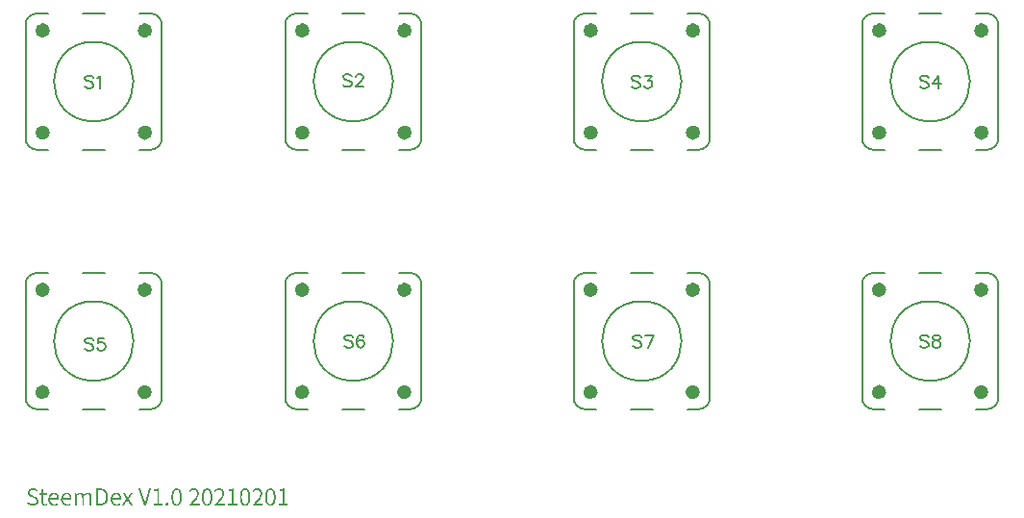
<source format=gto>
G04 Layer: TopSilkLayer*
G04 EasyEDA v6.4.14, 2021-02-05T01:12:07+07:00*
G04 a11fb1351f8b4d80ab88c56e364234f4,ed1066999ab64682bb259e5b7afb0417,10*
G04 Gerber Generator version 0.2*
G04 Scale: 100 percent, Rotated: No, Reflected: No *
G04 Dimensions in millimeters *
G04 leading zeros omitted , absolute positions ,4 integer and 5 decimal *
%FSLAX45Y45*%
%MOMM*%

%ADD15C,0.2032*%
%ADD16C,0.7000*%
%ADD17C,0.1524*%

%LPD*%
G36*
X2813812Y494284D02*
G01*
X2808681Y493979D01*
X2803804Y493115D01*
X2799232Y491642D01*
X2794863Y489610D01*
X2790850Y486918D01*
X2787091Y483666D01*
X2783636Y479856D01*
X2780487Y475386D01*
X2777642Y470357D01*
X2775204Y464667D01*
X2773070Y458419D01*
X2771292Y451510D01*
X2769920Y444042D01*
X2768904Y435914D01*
X2768295Y427177D01*
X2768092Y417830D01*
X2784348Y417830D01*
X2784602Y428193D01*
X2785313Y437591D01*
X2786481Y445973D01*
X2788107Y453440D01*
X2790088Y459993D01*
X2792526Y465632D01*
X2795270Y470306D01*
X2798368Y474167D01*
X2801823Y477062D01*
X2805531Y479196D01*
X2809544Y480415D01*
X2813812Y480822D01*
X2818079Y480415D01*
X2822092Y479196D01*
X2825800Y477062D01*
X2829255Y474167D01*
X2832354Y470306D01*
X2835097Y465632D01*
X2837535Y459993D01*
X2839516Y453440D01*
X2841142Y445973D01*
X2842310Y437591D01*
X2843022Y428193D01*
X2843276Y417830D01*
X2843022Y407263D01*
X2842310Y397713D01*
X2841142Y389128D01*
X2839516Y381508D01*
X2837535Y374853D01*
X2835097Y369112D01*
X2832354Y364337D01*
X2829255Y360426D01*
X2825800Y357378D01*
X2822092Y355244D01*
X2818079Y353974D01*
X2813812Y353568D01*
X2809544Y353974D01*
X2805531Y355244D01*
X2801823Y357378D01*
X2798368Y360426D01*
X2795270Y364337D01*
X2792526Y369112D01*
X2790088Y374853D01*
X2788107Y381508D01*
X2786481Y389128D01*
X2785313Y397713D01*
X2784602Y407263D01*
X2784348Y417830D01*
X2768092Y417830D01*
X2768295Y408381D01*
X2768904Y399542D01*
X2769920Y391363D01*
X2771292Y383743D01*
X2773070Y376783D01*
X2775204Y370433D01*
X2777642Y364693D01*
X2780487Y359562D01*
X2783636Y355041D01*
X2787091Y351129D01*
X2790850Y347827D01*
X2794863Y345135D01*
X2799232Y343052D01*
X2803804Y341528D01*
X2808681Y340664D01*
X2813812Y340360D01*
X2818942Y340664D01*
X2823768Y341528D01*
X2828391Y343052D01*
X2832709Y345135D01*
X2836722Y347827D01*
X2840482Y351129D01*
X2843885Y355041D01*
X2847035Y359562D01*
X2849829Y364693D01*
X2852267Y370433D01*
X2854350Y376783D01*
X2856077Y383743D01*
X2857500Y391363D01*
X2858465Y399542D01*
X2859074Y408381D01*
X2859278Y417830D01*
X2859074Y427177D01*
X2858465Y435914D01*
X2857500Y444042D01*
X2856077Y451510D01*
X2854350Y458419D01*
X2852267Y464667D01*
X2849829Y470357D01*
X2847035Y475386D01*
X2843885Y479856D01*
X2840482Y483666D01*
X2836722Y486918D01*
X2832709Y489610D01*
X2828391Y491642D01*
X2823768Y493115D01*
X2818942Y493979D01*
G37*
G36*
X2697988Y494284D02*
G01*
X2691282Y493877D01*
X2685034Y492709D01*
X2679242Y490829D01*
X2673807Y488289D01*
X2668676Y485140D01*
X2663748Y481431D01*
X2659075Y477164D01*
X2654554Y472440D01*
X2664460Y463296D01*
X2667711Y466902D01*
X2671216Y470204D01*
X2674874Y473201D01*
X2678785Y475792D01*
X2682849Y477875D01*
X2687066Y479501D01*
X2691434Y480466D01*
X2695956Y480822D01*
X2702712Y480212D01*
X2708554Y478485D01*
X2713431Y475742D01*
X2717444Y472033D01*
X2720492Y467512D01*
X2722676Y462280D01*
X2723997Y456438D01*
X2724404Y450088D01*
X2724251Y446227D01*
X2723743Y442264D01*
X2722930Y438200D01*
X2721813Y434085D01*
X2720340Y429869D01*
X2716377Y421182D01*
X2710992Y412089D01*
X2704236Y402488D01*
X2696057Y392430D01*
X2686354Y381863D01*
X2675178Y370687D01*
X2655570Y352806D01*
X2655570Y342900D01*
X2747772Y342900D01*
X2747772Y357124D01*
X2699207Y357022D01*
X2680716Y355854D01*
X2691231Y366014D01*
X2700883Y376021D01*
X2709672Y385775D01*
X2717495Y395376D01*
X2724302Y404876D01*
X2730042Y414223D01*
X2734564Y423468D01*
X2736392Y428091D01*
X2737916Y432663D01*
X2739085Y437235D01*
X2739948Y441756D01*
X2740507Y446328D01*
X2740660Y450850D01*
X2740304Y457250D01*
X2739339Y463245D01*
X2737713Y468782D01*
X2735478Y473862D01*
X2732633Y478434D01*
X2729230Y482447D01*
X2725267Y485952D01*
X2720797Y488899D01*
X2715818Y491235D01*
X2710332Y492912D01*
X2704388Y493928D01*
G37*
G36*
X2590800Y494284D02*
G01*
X2585669Y493979D01*
X2580792Y493115D01*
X2576220Y491642D01*
X2571851Y489610D01*
X2567838Y486918D01*
X2564079Y483666D01*
X2560624Y479856D01*
X2557475Y475386D01*
X2554630Y470357D01*
X2552192Y464667D01*
X2550058Y458419D01*
X2548280Y451510D01*
X2546908Y444042D01*
X2545892Y435914D01*
X2545283Y427177D01*
X2545080Y417830D01*
X2561082Y417830D01*
X2561336Y428193D01*
X2562047Y437591D01*
X2563215Y445973D01*
X2564841Y453440D01*
X2566873Y459993D01*
X2569260Y465632D01*
X2572054Y470306D01*
X2575204Y474167D01*
X2578658Y477062D01*
X2582418Y479196D01*
X2586482Y480415D01*
X2590800Y480822D01*
X2595067Y480415D01*
X2599029Y479196D01*
X2602738Y477062D01*
X2606141Y474167D01*
X2609240Y470306D01*
X2611983Y465632D01*
X2614371Y459993D01*
X2616352Y453440D01*
X2617927Y445973D01*
X2619044Y437591D01*
X2619756Y428193D01*
X2620010Y417830D01*
X2619756Y407263D01*
X2619044Y397713D01*
X2617927Y389128D01*
X2616352Y381508D01*
X2614371Y374853D01*
X2611983Y369112D01*
X2609240Y364337D01*
X2606141Y360426D01*
X2602738Y357378D01*
X2599029Y355244D01*
X2595067Y353974D01*
X2590800Y353568D01*
X2586482Y353974D01*
X2582418Y355244D01*
X2578658Y357378D01*
X2575204Y360426D01*
X2572054Y364337D01*
X2569260Y369112D01*
X2566873Y374853D01*
X2564841Y381508D01*
X2563215Y389128D01*
X2562047Y397713D01*
X2561336Y407263D01*
X2561082Y417830D01*
X2545080Y417830D01*
X2545283Y408381D01*
X2545892Y399542D01*
X2546908Y391363D01*
X2548280Y383743D01*
X2550058Y376783D01*
X2552192Y370433D01*
X2554630Y364693D01*
X2557475Y359562D01*
X2560624Y355041D01*
X2564079Y351129D01*
X2567838Y347827D01*
X2571851Y345135D01*
X2576220Y343052D01*
X2580792Y341528D01*
X2585669Y340664D01*
X2590800Y340360D01*
X2595930Y340664D01*
X2600756Y341528D01*
X2605328Y343052D01*
X2609646Y345135D01*
X2613660Y347827D01*
X2617368Y351129D01*
X2620772Y355041D01*
X2623870Y359562D01*
X2626664Y364693D01*
X2629052Y370433D01*
X2631135Y376783D01*
X2632862Y383743D01*
X2634234Y391363D01*
X2635199Y399542D01*
X2635808Y408381D01*
X2636012Y417830D01*
X2635808Y427177D01*
X2635199Y435914D01*
X2634234Y444042D01*
X2632862Y451510D01*
X2631135Y458419D01*
X2629052Y464667D01*
X2626664Y470357D01*
X2623870Y475386D01*
X2620772Y479856D01*
X2617368Y483666D01*
X2613660Y486918D01*
X2609646Y489610D01*
X2605328Y491642D01*
X2600756Y493115D01*
X2595930Y493979D01*
G37*
G36*
X2363216Y494284D02*
G01*
X2356510Y493877D01*
X2350312Y492709D01*
X2344572Y490829D01*
X2339136Y488289D01*
X2334056Y485140D01*
X2329230Y481431D01*
X2324557Y477164D01*
X2320036Y472440D01*
X2329688Y463296D01*
X2333040Y466902D01*
X2336546Y470204D01*
X2340254Y473201D01*
X2344115Y475792D01*
X2348179Y477875D01*
X2352446Y479501D01*
X2356866Y480466D01*
X2361438Y480822D01*
X2368194Y480212D01*
X2373985Y478485D01*
X2378862Y475742D01*
X2382774Y472033D01*
X2385822Y467512D01*
X2387955Y462280D01*
X2389225Y456438D01*
X2389632Y450088D01*
X2389479Y446227D01*
X2388209Y438200D01*
X2385618Y429869D01*
X2381656Y421182D01*
X2379167Y416661D01*
X2373172Y407365D01*
X2365705Y397560D01*
X2356815Y387248D01*
X2346401Y376377D01*
X2334514Y364896D01*
X2321052Y352806D01*
X2321052Y342900D01*
X2413000Y342900D01*
X2413000Y357124D01*
X2364435Y357022D01*
X2345944Y355854D01*
X2356459Y366014D01*
X2366111Y376021D01*
X2374900Y385775D01*
X2382723Y395376D01*
X2389530Y404876D01*
X2395270Y414223D01*
X2399792Y423468D01*
X2401620Y428091D01*
X2403144Y432663D01*
X2404313Y437235D01*
X2405176Y441756D01*
X2405735Y446328D01*
X2405888Y450850D01*
X2405532Y457250D01*
X2404567Y463245D01*
X2402941Y468782D01*
X2400706Y473862D01*
X2397861Y478434D01*
X2394458Y482447D01*
X2390495Y485952D01*
X2386025Y488899D01*
X2381046Y491235D01*
X2375560Y492912D01*
X2369616Y493928D01*
G37*
G36*
X2256028Y494284D02*
G01*
X2250897Y493979D01*
X2246020Y493115D01*
X2241448Y491642D01*
X2237079Y489610D01*
X2233066Y486918D01*
X2229307Y483666D01*
X2225852Y479856D01*
X2222703Y475386D01*
X2219858Y470357D01*
X2217420Y464667D01*
X2215286Y458419D01*
X2213508Y451510D01*
X2212136Y444042D01*
X2211120Y435914D01*
X2210511Y427177D01*
X2210308Y417830D01*
X2226564Y417830D01*
X2226818Y428193D01*
X2227529Y437591D01*
X2228697Y445973D01*
X2230323Y453440D01*
X2232304Y459993D01*
X2234742Y465632D01*
X2237486Y470306D01*
X2240584Y474167D01*
X2244039Y477062D01*
X2247747Y479196D01*
X2251760Y480415D01*
X2256028Y480822D01*
X2260295Y480415D01*
X2264308Y479196D01*
X2268016Y477062D01*
X2271471Y474167D01*
X2274570Y470306D01*
X2277313Y465632D01*
X2279751Y459993D01*
X2281732Y453440D01*
X2283358Y445973D01*
X2284526Y437591D01*
X2285238Y428193D01*
X2285492Y417830D01*
X2285238Y407263D01*
X2284526Y397713D01*
X2283358Y389128D01*
X2281732Y381508D01*
X2279751Y374853D01*
X2277313Y369112D01*
X2274570Y364337D01*
X2271471Y360426D01*
X2268016Y357378D01*
X2264308Y355244D01*
X2260295Y353974D01*
X2256028Y353568D01*
X2251760Y353974D01*
X2247747Y355244D01*
X2244039Y357378D01*
X2240584Y360426D01*
X2237486Y364337D01*
X2234742Y369112D01*
X2232304Y374853D01*
X2230323Y381508D01*
X2228697Y389128D01*
X2227529Y397713D01*
X2226818Y407263D01*
X2226564Y417830D01*
X2210308Y417830D01*
X2210511Y408381D01*
X2211120Y399542D01*
X2212136Y391363D01*
X2213508Y383743D01*
X2215286Y376783D01*
X2217420Y370433D01*
X2219858Y364693D01*
X2222703Y359562D01*
X2225852Y355041D01*
X2229307Y351129D01*
X2233066Y347827D01*
X2237079Y345135D01*
X2241448Y343052D01*
X2246020Y341528D01*
X2250897Y340664D01*
X2256028Y340360D01*
X2261158Y340664D01*
X2265984Y341528D01*
X2270607Y343052D01*
X2274925Y345135D01*
X2278938Y347827D01*
X2282698Y351129D01*
X2286101Y355041D01*
X2289251Y359562D01*
X2292045Y364693D01*
X2294483Y370433D01*
X2296566Y376783D01*
X2298293Y383743D01*
X2299716Y391363D01*
X2300681Y399542D01*
X2301290Y408381D01*
X2301494Y417830D01*
X2301290Y427177D01*
X2300681Y435914D01*
X2299716Y444042D01*
X2298293Y451510D01*
X2296566Y458419D01*
X2294483Y464667D01*
X2292045Y470357D01*
X2289251Y475386D01*
X2286101Y479856D01*
X2282698Y483666D01*
X2278938Y486918D01*
X2274925Y489610D01*
X2270607Y491642D01*
X2265984Y493115D01*
X2261158Y493979D01*
G37*
G36*
X2140204Y494284D02*
G01*
X2133498Y493877D01*
X2127250Y492709D01*
X2121458Y490829D01*
X2116023Y488289D01*
X2110892Y485140D01*
X2105964Y481431D01*
X2101291Y477164D01*
X2096770Y472440D01*
X2106676Y463296D01*
X2109927Y466902D01*
X2113432Y470204D01*
X2117090Y473201D01*
X2121001Y475792D01*
X2125065Y477875D01*
X2129282Y479501D01*
X2133650Y480466D01*
X2138172Y480822D01*
X2144928Y480212D01*
X2150770Y478485D01*
X2155647Y475742D01*
X2159660Y472033D01*
X2162708Y467512D01*
X2164892Y462280D01*
X2166213Y456438D01*
X2166620Y450088D01*
X2166467Y446227D01*
X2165959Y442264D01*
X2165146Y438200D01*
X2164029Y434085D01*
X2162556Y429869D01*
X2158593Y421182D01*
X2153208Y412089D01*
X2146452Y402488D01*
X2138273Y392430D01*
X2128570Y381863D01*
X2117394Y370687D01*
X2097786Y352806D01*
X2097786Y342900D01*
X2189988Y342900D01*
X2189988Y357124D01*
X2141423Y357022D01*
X2122932Y355854D01*
X2133447Y366014D01*
X2143099Y376021D01*
X2151888Y385775D01*
X2159711Y395376D01*
X2166518Y404876D01*
X2172258Y414223D01*
X2176780Y423468D01*
X2178608Y428091D01*
X2180132Y432663D01*
X2181301Y437235D01*
X2182164Y441756D01*
X2182723Y446328D01*
X2182876Y450850D01*
X2182520Y457250D01*
X2181555Y463245D01*
X2179929Y468782D01*
X2177694Y473862D01*
X2174849Y478434D01*
X2171446Y482447D01*
X2167483Y485952D01*
X2163013Y488899D01*
X2158034Y491235D01*
X2152548Y492912D01*
X2146604Y493928D01*
G37*
G36*
X1987804Y494284D02*
G01*
X1982622Y493979D01*
X1977745Y493115D01*
X1973122Y491642D01*
X1968754Y489610D01*
X1964689Y486918D01*
X1960930Y483666D01*
X1957476Y479856D01*
X1954377Y475386D01*
X1951583Y470357D01*
X1949094Y464667D01*
X1947011Y458419D01*
X1945284Y451510D01*
X1943862Y444042D01*
X1942896Y435914D01*
X1942287Y427177D01*
X1942084Y417830D01*
X1958086Y417830D01*
X1958339Y428193D01*
X1959051Y437591D01*
X1960219Y445973D01*
X1961845Y453440D01*
X1963877Y459993D01*
X1966264Y465632D01*
X1969058Y470306D01*
X1972208Y474167D01*
X1975662Y477062D01*
X1979422Y479196D01*
X1983486Y480415D01*
X1987804Y480822D01*
X1992020Y480415D01*
X1995982Y479196D01*
X1999640Y477062D01*
X2003043Y474167D01*
X2006142Y470306D01*
X2008886Y465632D01*
X2011273Y459993D01*
X2013254Y453440D01*
X2014880Y445973D01*
X2016048Y437591D01*
X2016760Y428193D01*
X2017014Y417830D01*
X2016760Y407263D01*
X2016048Y397713D01*
X2014880Y389128D01*
X2013254Y381508D01*
X2011273Y374853D01*
X2008886Y369112D01*
X2006142Y364337D01*
X2003043Y360426D01*
X1999640Y357378D01*
X1995982Y355244D01*
X1992020Y353974D01*
X1987804Y353568D01*
X1983486Y353974D01*
X1979422Y355244D01*
X1975662Y357378D01*
X1972208Y360426D01*
X1969058Y364337D01*
X1966264Y369112D01*
X1963877Y374853D01*
X1961845Y381508D01*
X1960219Y389128D01*
X1959051Y397713D01*
X1958339Y407263D01*
X1958086Y417830D01*
X1942084Y417830D01*
X1942287Y408381D01*
X1942896Y399542D01*
X1943862Y391363D01*
X1945284Y383743D01*
X1947011Y376783D01*
X1949094Y370433D01*
X1951583Y364693D01*
X1954377Y359562D01*
X1957476Y355041D01*
X1960930Y351129D01*
X1964689Y347827D01*
X1968754Y345135D01*
X1973122Y343052D01*
X1977745Y341528D01*
X1982622Y340664D01*
X1987804Y340360D01*
X1992884Y340664D01*
X1997710Y341528D01*
X2002282Y343052D01*
X2006549Y345135D01*
X2010562Y347827D01*
X2014270Y351129D01*
X2017674Y355041D01*
X2020773Y359562D01*
X2023567Y364693D01*
X2026005Y370433D01*
X2028088Y376783D01*
X2029866Y383743D01*
X2031238Y391363D01*
X2032203Y399542D01*
X2032812Y408381D01*
X2033016Y417830D01*
X2032812Y427177D01*
X2032203Y435914D01*
X2031238Y444042D01*
X2029866Y451510D01*
X2028088Y458419D01*
X2026005Y464667D01*
X2023567Y470357D01*
X2020773Y475386D01*
X2017674Y479856D01*
X2014270Y483666D01*
X2010562Y486918D01*
X2006549Y489610D01*
X2002282Y491642D01*
X1997710Y493115D01*
X1992884Y493979D01*
G37*
G36*
X723392Y494284D02*
G01*
X716940Y493928D01*
X710793Y492963D01*
X705053Y491388D01*
X699719Y489254D01*
X694842Y486511D01*
X690473Y483311D01*
X686663Y479653D01*
X683463Y475538D01*
X680872Y471017D01*
X678992Y466140D01*
X677824Y460959D01*
X677418Y455422D01*
X678129Y447852D01*
X680212Y441248D01*
X683361Y435559D01*
X687374Y430682D01*
X692048Y426516D01*
X697128Y423011D01*
X702411Y420065D01*
X707644Y417576D01*
X734415Y405841D01*
X739190Y403453D01*
X743508Y400913D01*
X747268Y398068D01*
X750366Y394766D01*
X752652Y390906D01*
X754126Y386283D01*
X754634Y380746D01*
X754075Y375259D01*
X752348Y370332D01*
X749604Y365912D01*
X745845Y362204D01*
X741172Y359206D01*
X735584Y356971D01*
X729132Y355549D01*
X721868Y355092D01*
X716026Y355447D01*
X710234Y356412D01*
X704646Y358038D01*
X699211Y360222D01*
X694029Y362915D01*
X689102Y366115D01*
X684479Y369824D01*
X680212Y373888D01*
X670052Y362458D01*
X675132Y357581D01*
X680618Y353212D01*
X686511Y349453D01*
X692810Y346252D01*
X699516Y343712D01*
X706577Y341884D01*
X714044Y340766D01*
X721868Y340360D01*
X729234Y340715D01*
X736142Y341833D01*
X742492Y343560D01*
X748334Y345948D01*
X753567Y348945D01*
X758190Y352450D01*
X762203Y356412D01*
X765505Y360832D01*
X768146Y365658D01*
X770077Y370840D01*
X771245Y376275D01*
X771652Y382016D01*
X771042Y389737D01*
X769264Y396494D01*
X766419Y402336D01*
X762660Y407365D01*
X758139Y411683D01*
X752906Y415442D01*
X747115Y418744D01*
X740918Y421640D01*
X714959Y432714D01*
X706424Y437184D01*
X702614Y439928D01*
X699312Y443128D01*
X696722Y446938D01*
X695045Y451408D01*
X694436Y456692D01*
X694994Y461670D01*
X696518Y466140D01*
X699058Y470052D01*
X702462Y473354D01*
X706628Y475996D01*
X711606Y477926D01*
X717194Y479145D01*
X723392Y479551D01*
X728573Y479298D01*
X733450Y478535D01*
X738073Y477316D01*
X742442Y475691D01*
X746556Y473608D01*
X750468Y471170D01*
X754176Y468426D01*
X757682Y465328D01*
X766572Y475996D01*
X762508Y479856D01*
X758037Y483362D01*
X753110Y486460D01*
X747826Y489153D01*
X742188Y491286D01*
X736193Y492912D01*
X729945Y493928D01*
G37*
G36*
X2924810Y491743D02*
G01*
X2918714Y488391D01*
X2911754Y485597D01*
X2903829Y483362D01*
X2894838Y481584D01*
X2894838Y470662D01*
X2921000Y470662D01*
X2921000Y356616D01*
X2887726Y356616D01*
X2887726Y342900D01*
X2967736Y342900D01*
X2967736Y356616D01*
X2937510Y356616D01*
X2937510Y491743D01*
G37*
G36*
X2478532Y491743D02*
G01*
X2472436Y488391D01*
X2465425Y485597D01*
X2457551Y483362D01*
X2448560Y481584D01*
X2448560Y470662D01*
X2474722Y470662D01*
X2474722Y356616D01*
X2441448Y356616D01*
X2441448Y342900D01*
X2521458Y342900D01*
X2521458Y356616D01*
X2491232Y356616D01*
X2491232Y491743D01*
G37*
G36*
X1820672Y491743D02*
G01*
X1814575Y488391D01*
X1807565Y485597D01*
X1799691Y483362D01*
X1790700Y481584D01*
X1790700Y470662D01*
X1816862Y470662D01*
X1816862Y356616D01*
X1783588Y356616D01*
X1783588Y342900D01*
X1863598Y342900D01*
X1863598Y356616D01*
X1833372Y356616D01*
X1833372Y491743D01*
G37*
G36*
X1650492Y491743D02*
G01*
X1698243Y342900D01*
X1717548Y342900D01*
X1765300Y491743D01*
X1748028Y491743D01*
X1710740Y366826D01*
X1708657Y360426D01*
X1707896Y360426D01*
X1668272Y491743D01*
G37*
G36*
X1277874Y491743D02*
G01*
X1277874Y477774D01*
X1313180Y477774D01*
X1319733Y477520D01*
X1325829Y476758D01*
X1331518Y475488D01*
X1336751Y473760D01*
X1341577Y471525D01*
X1345996Y468833D01*
X1349959Y465683D01*
X1353515Y462076D01*
X1356614Y458012D01*
X1359306Y453542D01*
X1361592Y448614D01*
X1363472Y443280D01*
X1364894Y437489D01*
X1365961Y431342D01*
X1366570Y424789D01*
X1366774Y417830D01*
X1366570Y410921D01*
X1365961Y404317D01*
X1364894Y398119D01*
X1363472Y392277D01*
X1361592Y386842D01*
X1359306Y381812D01*
X1356614Y377190D01*
X1353515Y373024D01*
X1349959Y369265D01*
X1345996Y366014D01*
X1341577Y363169D01*
X1336751Y360883D01*
X1331518Y359003D01*
X1325829Y357682D01*
X1319733Y356870D01*
X1313180Y356616D01*
X1294892Y356616D01*
X1294892Y477774D01*
X1277874Y477774D01*
X1277874Y342900D01*
X1315212Y342900D01*
X1321816Y343103D01*
X1328064Y343712D01*
X1334008Y344779D01*
X1339646Y346202D01*
X1344930Y348030D01*
X1349908Y350266D01*
X1354531Y352856D01*
X1358849Y355803D01*
X1362862Y359156D01*
X1366469Y362864D01*
X1369771Y366877D01*
X1372768Y371246D01*
X1375410Y375970D01*
X1377696Y381050D01*
X1379626Y386384D01*
X1381201Y392074D01*
X1382420Y398068D01*
X1383334Y404368D01*
X1383842Y410972D01*
X1384046Y417830D01*
X1383842Y424688D01*
X1383334Y431241D01*
X1382420Y437540D01*
X1381201Y443484D01*
X1379626Y449072D01*
X1377645Y454406D01*
X1375359Y459384D01*
X1372717Y464058D01*
X1369720Y468325D01*
X1366418Y472338D01*
X1362710Y475945D01*
X1358696Y479196D01*
X1354328Y482092D01*
X1349654Y484632D01*
X1344625Y486765D01*
X1339240Y488543D01*
X1333550Y489915D01*
X1327505Y490931D01*
X1321155Y491540D01*
X1314450Y491743D01*
G37*
G36*
X800354Y483616D02*
G01*
X798322Y452628D01*
X781050Y451612D01*
X781050Y438912D01*
X797814Y438912D01*
X797814Y375920D01*
X798169Y368249D01*
X799338Y361340D01*
X801370Y355295D01*
X804367Y350164D01*
X808431Y345998D01*
X813663Y342900D01*
X820166Y341020D01*
X828040Y340360D01*
X832815Y340715D01*
X837844Y341630D01*
X847598Y344424D01*
X844296Y356870D01*
X841400Y355752D01*
X838149Y354787D01*
X834796Y354076D01*
X831596Y353822D01*
X823315Y355295D01*
X817981Y359562D01*
X815187Y366369D01*
X814324Y375412D01*
X814324Y438912D01*
X844550Y438912D01*
X844550Y452628D01*
X814324Y452628D01*
X814324Y483616D01*
G37*
G36*
X1455674Y455422D02*
G01*
X1451000Y455168D01*
X1446326Y454406D01*
X1441805Y453135D01*
X1437386Y451408D01*
X1433169Y449224D01*
X1429105Y446532D01*
X1425295Y443433D01*
X1421739Y439928D01*
X1418488Y435965D01*
X1415542Y431647D01*
X1412951Y426872D01*
X1410766Y421792D01*
X1409039Y416306D01*
X1407718Y410464D01*
X1407185Y406400D01*
X1422908Y406400D01*
X1424330Y414324D01*
X1426768Y421385D01*
X1430070Y427482D01*
X1434185Y432562D01*
X1438960Y436626D01*
X1444244Y439572D01*
X1449933Y441350D01*
X1455928Y441959D01*
X1462278Y441401D01*
X1467866Y439674D01*
X1472742Y436880D01*
X1476806Y432968D01*
X1480058Y427939D01*
X1482445Y421792D01*
X1483868Y414629D01*
X1484376Y406400D01*
X1407185Y406400D01*
X1406906Y404266D01*
X1406652Y397764D01*
X1406906Y391160D01*
X1407718Y384962D01*
X1408988Y379069D01*
X1410766Y373583D01*
X1412951Y368452D01*
X1415542Y363728D01*
X1418539Y359460D01*
X1421942Y355549D01*
X1425600Y352044D01*
X1429613Y348996D01*
X1433931Y346405D01*
X1438452Y344271D01*
X1443278Y342544D01*
X1448257Y341325D01*
X1453388Y340614D01*
X1458722Y340360D01*
X1464259Y340614D01*
X1469440Y341223D01*
X1474266Y342290D01*
X1478838Y343662D01*
X1483156Y345338D01*
X1487220Y347218D01*
X1494790Y351536D01*
X1488694Y362458D01*
X1482445Y358698D01*
X1475790Y355904D01*
X1468577Y354177D01*
X1460754Y353568D01*
X1455420Y353923D01*
X1450441Y354888D01*
X1445818Y356463D01*
X1441500Y358698D01*
X1437640Y361442D01*
X1434134Y364744D01*
X1431086Y368554D01*
X1428496Y372821D01*
X1426413Y377545D01*
X1424787Y382727D01*
X1423720Y388264D01*
X1423162Y394208D01*
X1498092Y394208D01*
X1498904Y398678D01*
X1499108Y404114D01*
X1498752Y411784D01*
X1497787Y418947D01*
X1496161Y425500D01*
X1493926Y431546D01*
X1491081Y436930D01*
X1487678Y441655D01*
X1483664Y445770D01*
X1479143Y449173D01*
X1474012Y451866D01*
X1468424Y453847D01*
X1462278Y455015D01*
G37*
G36*
X1139444Y455422D02*
G01*
X1134719Y455015D01*
X1130147Y453948D01*
X1125626Y452221D01*
X1121308Y449884D01*
X1117092Y447090D01*
X1113028Y443839D01*
X1109116Y440232D01*
X1105408Y436372D01*
X1104900Y436372D01*
X1103122Y452628D01*
X1089660Y452628D01*
X1089660Y342900D01*
X1106170Y342900D01*
X1106170Y423164D01*
X1113840Y430987D01*
X1121206Y436524D01*
X1128217Y439826D01*
X1134872Y440943D01*
X1140053Y440486D01*
X1144473Y439166D01*
X1148181Y436930D01*
X1151178Y433730D01*
X1153515Y429463D01*
X1155141Y424230D01*
X1156157Y417880D01*
X1156462Y410464D01*
X1156462Y342900D01*
X1172972Y342900D01*
X1172972Y423164D01*
X1180592Y430987D01*
X1187907Y436524D01*
X1194917Y439826D01*
X1201674Y440943D01*
X1206804Y440486D01*
X1211224Y439166D01*
X1214882Y436930D01*
X1217879Y433730D01*
X1220165Y429463D01*
X1221740Y424230D01*
X1222705Y417880D01*
X1223010Y410464D01*
X1223010Y342900D01*
X1239774Y342900D01*
X1239774Y412496D01*
X1239570Y419252D01*
X1238859Y425450D01*
X1237742Y431088D01*
X1236116Y436168D01*
X1234033Y440639D01*
X1231544Y444550D01*
X1228547Y447852D01*
X1225042Y450545D01*
X1221130Y452678D01*
X1216710Y454202D01*
X1211834Y455117D01*
X1206500Y455422D01*
X1201623Y455015D01*
X1196848Y453898D01*
X1192225Y452018D01*
X1187653Y449529D01*
X1183132Y446430D01*
X1178712Y442772D01*
X1174292Y438658D01*
X1169924Y434085D01*
X1168095Y438708D01*
X1165758Y442874D01*
X1162913Y446532D01*
X1159560Y449630D01*
X1155547Y452069D01*
X1150874Y453898D01*
X1145540Y455015D01*
G37*
G36*
X1018540Y455422D02*
G01*
X1013866Y455168D01*
X1009243Y454406D01*
X1004722Y453135D01*
X1000302Y451408D01*
X996086Y449224D01*
X992073Y446532D01*
X988263Y443433D01*
X984707Y439928D01*
X981506Y435965D01*
X978560Y431647D01*
X976020Y426872D01*
X973836Y421792D01*
X972108Y416306D01*
X970838Y410464D01*
X970305Y406400D01*
X986028Y406400D01*
X987348Y414324D01*
X989736Y421385D01*
X992987Y427482D01*
X997051Y432562D01*
X1001826Y436626D01*
X1007110Y439572D01*
X1012799Y441350D01*
X1018794Y441959D01*
X1025194Y441401D01*
X1030833Y439674D01*
X1035710Y436880D01*
X1039774Y432968D01*
X1042974Y427939D01*
X1045311Y421792D01*
X1046734Y414629D01*
X1047242Y406400D01*
X970305Y406400D01*
X970026Y404266D01*
X969771Y397764D01*
X970026Y391160D01*
X970838Y384962D01*
X972108Y379069D01*
X973836Y373583D01*
X976020Y368452D01*
X978611Y363728D01*
X981557Y359460D01*
X984910Y355549D01*
X988568Y352044D01*
X992581Y348996D01*
X996848Y346405D01*
X1001369Y344271D01*
X1006144Y342544D01*
X1011123Y341325D01*
X1016253Y340614D01*
X1021587Y340360D01*
X1027125Y340614D01*
X1032306Y341223D01*
X1037132Y342290D01*
X1041704Y343662D01*
X1046022Y345338D01*
X1050086Y347218D01*
X1057656Y351536D01*
X1051560Y362458D01*
X1045311Y358698D01*
X1038656Y355904D01*
X1031443Y354177D01*
X1023619Y353568D01*
X1018286Y353923D01*
X1013307Y354888D01*
X1008684Y356463D01*
X1004366Y358698D01*
X1000506Y361442D01*
X997000Y364744D01*
X993952Y368554D01*
X991362Y372821D01*
X989279Y377545D01*
X987653Y382727D01*
X986586Y388264D01*
X986028Y394208D01*
X1061212Y394208D01*
X1061770Y398678D01*
X1061974Y404114D01*
X1061618Y411784D01*
X1060653Y418947D01*
X1059027Y425500D01*
X1056792Y431546D01*
X1053947Y436930D01*
X1050544Y441655D01*
X1046530Y445770D01*
X1042009Y449173D01*
X1036878Y451866D01*
X1031290Y453847D01*
X1025144Y455015D01*
G37*
G36*
X907034Y455422D02*
G01*
X902360Y455168D01*
X897686Y454406D01*
X893165Y453135D01*
X888746Y451408D01*
X884529Y449224D01*
X880465Y446532D01*
X876655Y443433D01*
X873099Y439928D01*
X869848Y435965D01*
X866902Y431647D01*
X864311Y426872D01*
X862126Y421792D01*
X860399Y416306D01*
X859078Y410464D01*
X858545Y406400D01*
X874268Y406400D01*
X875690Y414324D01*
X878128Y421385D01*
X881430Y427482D01*
X885545Y432562D01*
X890320Y436626D01*
X895603Y439572D01*
X901293Y441350D01*
X907287Y441959D01*
X913637Y441401D01*
X919226Y439674D01*
X924102Y436880D01*
X928166Y432968D01*
X931418Y427939D01*
X933805Y421792D01*
X935228Y414629D01*
X935736Y406400D01*
X858545Y406400D01*
X858266Y404266D01*
X858012Y397764D01*
X858266Y391160D01*
X859078Y384962D01*
X860348Y379069D01*
X862126Y373583D01*
X864311Y368452D01*
X866902Y363728D01*
X869899Y359460D01*
X873302Y355549D01*
X876960Y352044D01*
X880973Y348996D01*
X885291Y346405D01*
X889812Y344271D01*
X894638Y342544D01*
X899617Y341325D01*
X904748Y340614D01*
X910082Y340360D01*
X915619Y340614D01*
X920800Y341223D01*
X925626Y342290D01*
X930198Y343662D01*
X934516Y345338D01*
X938580Y347218D01*
X946150Y351536D01*
X940053Y362458D01*
X933805Y358698D01*
X927150Y355904D01*
X919937Y354177D01*
X912114Y353568D01*
X906780Y353923D01*
X901801Y354888D01*
X897178Y356463D01*
X892860Y358698D01*
X889000Y361442D01*
X885494Y364744D01*
X882446Y368554D01*
X879856Y372821D01*
X877773Y377545D01*
X876147Y382727D01*
X875080Y388264D01*
X874521Y394208D01*
X949452Y394208D01*
X950264Y398678D01*
X950468Y404114D01*
X950112Y411784D01*
X949147Y418947D01*
X947521Y425500D01*
X945286Y431546D01*
X942441Y436930D01*
X939037Y441655D01*
X935024Y445770D01*
X930503Y449173D01*
X925372Y451866D01*
X919784Y453847D01*
X913637Y455015D01*
G37*
G36*
X1512062Y452628D02*
G01*
X1545590Y400304D01*
X1509268Y342900D01*
X1526540Y342900D01*
X1550974Y384556D01*
X1553972Y389382D01*
X1554988Y389382D01*
X1566926Y369570D01*
X1583690Y342900D01*
X1601724Y342900D01*
X1565656Y398526D01*
X1598930Y452628D01*
X1581912Y452628D01*
X1567434Y427735D01*
X1557274Y409448D01*
X1556512Y409448D01*
X1529842Y452628D01*
G37*
G36*
X1904238Y366776D02*
G01*
X1899412Y365810D01*
X1895449Y363118D01*
X1892757Y358851D01*
X1891792Y353314D01*
X1892757Y347980D01*
X1895449Y343865D01*
X1899412Y341274D01*
X1904238Y340360D01*
X1909064Y341274D01*
X1913026Y343865D01*
X1915718Y347980D01*
X1916684Y353314D01*
X1915718Y358851D01*
X1913026Y363067D01*
X1909064Y365810D01*
G37*
D17*
X1253743Y4113021D02*
G01*
X1243329Y4123436D01*
X1227836Y4128515D01*
X1207008Y4128515D01*
X1191513Y4123436D01*
X1181100Y4113021D01*
X1181100Y4102607D01*
X1186179Y4092194D01*
X1191513Y4086860D01*
X1201927Y4081779D01*
X1233170Y4071365D01*
X1243329Y4066286D01*
X1248663Y4060952D01*
X1253743Y4050537D01*
X1253743Y4035044D01*
X1243329Y4024629D01*
X1227836Y4019550D01*
X1207008Y4019550D01*
X1191513Y4024629D01*
X1181100Y4035044D01*
X1288034Y4107687D02*
G01*
X1298447Y4113021D01*
X1314195Y4128515D01*
X1314195Y4019550D01*
X3527043Y4125721D02*
G01*
X3516629Y4136136D01*
X3501136Y4141215D01*
X3480308Y4141215D01*
X3464813Y4136136D01*
X3454400Y4125721D01*
X3454400Y4115307D01*
X3459479Y4104894D01*
X3464813Y4099560D01*
X3475227Y4094479D01*
X3506470Y4084065D01*
X3516629Y4078986D01*
X3521963Y4073652D01*
X3527043Y4063237D01*
X3527043Y4047744D01*
X3516629Y4037329D01*
X3501136Y4032250D01*
X3480308Y4032250D01*
X3464813Y4037329D01*
X3454400Y4047744D01*
X3566668Y4115307D02*
G01*
X3566668Y4120387D01*
X3571747Y4130802D01*
X3577081Y4136136D01*
X3587495Y4141215D01*
X3608070Y4141215D01*
X3618484Y4136136D01*
X3623818Y4130802D01*
X3628897Y4120387D01*
X3628897Y4109973D01*
X3623818Y4099560D01*
X3613404Y4084065D01*
X3561334Y4032250D01*
X3634231Y4032250D01*
X6067043Y4113021D02*
G01*
X6056629Y4123436D01*
X6041136Y4128515D01*
X6020308Y4128515D01*
X6004813Y4123436D01*
X5994400Y4113021D01*
X5994400Y4102607D01*
X5999479Y4092194D01*
X6004813Y4086860D01*
X6015227Y4081779D01*
X6046470Y4071365D01*
X6056629Y4066286D01*
X6061963Y4060952D01*
X6067043Y4050537D01*
X6067043Y4035044D01*
X6056629Y4024629D01*
X6041136Y4019550D01*
X6020308Y4019550D01*
X6004813Y4024629D01*
X5994400Y4035044D01*
X6111747Y4128515D02*
G01*
X6168897Y4128515D01*
X6137909Y4086860D01*
X6153404Y4086860D01*
X6163818Y4081779D01*
X6168897Y4076700D01*
X6174231Y4060952D01*
X6174231Y4050537D01*
X6168897Y4035044D01*
X6158484Y4024629D01*
X6142990Y4019550D01*
X6127495Y4019550D01*
X6111747Y4024629D01*
X6106668Y4029710D01*
X6101334Y4040123D01*
X8607043Y4113021D02*
G01*
X8596629Y4123436D01*
X8581136Y4128515D01*
X8560308Y4128515D01*
X8544813Y4123436D01*
X8534400Y4113021D01*
X8534400Y4102607D01*
X8539479Y4092194D01*
X8544813Y4086860D01*
X8555227Y4081779D01*
X8586470Y4071365D01*
X8596629Y4066286D01*
X8601963Y4060952D01*
X8607043Y4050537D01*
X8607043Y4035044D01*
X8596629Y4024629D01*
X8581136Y4019550D01*
X8560308Y4019550D01*
X8544813Y4024629D01*
X8534400Y4035044D01*
X8693404Y4128515D02*
G01*
X8641334Y4055871D01*
X8719311Y4055871D01*
X8693404Y4128515D02*
G01*
X8693404Y4019550D01*
X1253743Y1801621D02*
G01*
X1243329Y1812036D01*
X1227836Y1817115D01*
X1207008Y1817115D01*
X1191513Y1812036D01*
X1181100Y1801621D01*
X1181100Y1791207D01*
X1186179Y1780794D01*
X1191513Y1775460D01*
X1201927Y1770379D01*
X1233170Y1759965D01*
X1243329Y1754886D01*
X1248663Y1749552D01*
X1253743Y1739137D01*
X1253743Y1723644D01*
X1243329Y1713229D01*
X1227836Y1708150D01*
X1207008Y1708150D01*
X1191513Y1713229D01*
X1181100Y1723644D01*
X1350518Y1817115D02*
G01*
X1298447Y1817115D01*
X1293368Y1770379D01*
X1298447Y1775460D01*
X1314195Y1780794D01*
X1329690Y1780794D01*
X1345184Y1775460D01*
X1355597Y1765300D01*
X1360931Y1749552D01*
X1360931Y1739137D01*
X1355597Y1723644D01*
X1345184Y1713229D01*
X1329690Y1708150D01*
X1314195Y1708150D01*
X1298447Y1713229D01*
X1293368Y1718310D01*
X1288034Y1728723D01*
X3539743Y1827021D02*
G01*
X3529329Y1837436D01*
X3513836Y1842515D01*
X3493008Y1842515D01*
X3477513Y1837436D01*
X3467100Y1827021D01*
X3467100Y1816607D01*
X3472179Y1806194D01*
X3477513Y1800860D01*
X3487927Y1795779D01*
X3519170Y1785365D01*
X3529329Y1780286D01*
X3534663Y1774952D01*
X3539743Y1764537D01*
X3539743Y1749044D01*
X3529329Y1738629D01*
X3513836Y1733550D01*
X3493008Y1733550D01*
X3477513Y1738629D01*
X3467100Y1749044D01*
X3636518Y1827021D02*
G01*
X3631184Y1837436D01*
X3615690Y1842515D01*
X3605275Y1842515D01*
X3589781Y1837436D01*
X3579368Y1821687D01*
X3574034Y1795779D01*
X3574034Y1769871D01*
X3579368Y1749044D01*
X3589781Y1738629D01*
X3605275Y1733550D01*
X3610609Y1733550D01*
X3626104Y1738629D01*
X3636518Y1749044D01*
X3641597Y1764537D01*
X3641597Y1769871D01*
X3636518Y1785365D01*
X3626104Y1795779D01*
X3610609Y1800860D01*
X3605275Y1800860D01*
X3589781Y1795779D01*
X3579368Y1785365D01*
X3574034Y1769871D01*
X6079743Y1827021D02*
G01*
X6069329Y1837436D01*
X6053836Y1842515D01*
X6033008Y1842515D01*
X6017513Y1837436D01*
X6007100Y1827021D01*
X6007100Y1816607D01*
X6012179Y1806194D01*
X6017513Y1800860D01*
X6027927Y1795779D01*
X6059170Y1785365D01*
X6069329Y1780286D01*
X6074663Y1774952D01*
X6079743Y1764537D01*
X6079743Y1749044D01*
X6069329Y1738629D01*
X6053836Y1733550D01*
X6033008Y1733550D01*
X6017513Y1738629D01*
X6007100Y1749044D01*
X6186931Y1842515D02*
G01*
X6134861Y1733550D01*
X6114034Y1842515D02*
G01*
X6186931Y1842515D01*
X8607043Y1827021D02*
G01*
X8596629Y1837436D01*
X8581136Y1842515D01*
X8560308Y1842515D01*
X8544813Y1837436D01*
X8534400Y1827021D01*
X8534400Y1816607D01*
X8539479Y1806194D01*
X8544813Y1800860D01*
X8555227Y1795779D01*
X8586470Y1785365D01*
X8596629Y1780286D01*
X8601963Y1774952D01*
X8607043Y1764537D01*
X8607043Y1749044D01*
X8596629Y1738629D01*
X8581136Y1733550D01*
X8560308Y1733550D01*
X8544813Y1738629D01*
X8534400Y1749044D01*
X8667495Y1842515D02*
G01*
X8651747Y1837436D01*
X8646668Y1827021D01*
X8646668Y1816607D01*
X8651747Y1806194D01*
X8662161Y1800860D01*
X8682990Y1795779D01*
X8698484Y1790700D01*
X8708897Y1780286D01*
X8714231Y1769871D01*
X8714231Y1754123D01*
X8708897Y1743710D01*
X8703818Y1738629D01*
X8688070Y1733550D01*
X8667495Y1733550D01*
X8651747Y1738629D01*
X8646668Y1743710D01*
X8641334Y1754123D01*
X8641334Y1769871D01*
X8646668Y1780286D01*
X8657081Y1790700D01*
X8672575Y1795779D01*
X8693404Y1800860D01*
X8703818Y1806194D01*
X8708897Y1816607D01*
X8708897Y1827021D01*
X8703818Y1837436D01*
X8688070Y1842515D01*
X8667495Y1842515D01*
D15*
X1657299Y4676698D02*
G01*
X1757299Y4676698D01*
X1857298Y4576698D02*
G01*
X1857298Y3576701D01*
X1757299Y3476701D02*
G01*
X1657299Y3476701D01*
X1357299Y3476701D02*
G01*
X1157300Y3476701D01*
X857300Y3476701D02*
G01*
X757300Y3476701D01*
X657301Y3576701D02*
G01*
X657301Y4576698D01*
X757300Y4676698D02*
G01*
X857300Y4676698D01*
X1157300Y4676698D02*
G01*
X1357299Y4676698D01*
X3943299Y4676698D02*
G01*
X4043299Y4676698D01*
X4143298Y4576698D02*
G01*
X4143298Y3576701D01*
X4043299Y3476701D02*
G01*
X3943299Y3476701D01*
X3643299Y3476701D02*
G01*
X3443300Y3476701D01*
X3143300Y3476701D02*
G01*
X3043300Y3476701D01*
X2943301Y3576701D02*
G01*
X2943301Y4576698D01*
X3043300Y4676698D02*
G01*
X3143300Y4676698D01*
X3443300Y4676698D02*
G01*
X3643299Y4676698D01*
X6483299Y4676698D02*
G01*
X6583299Y4676698D01*
X6683298Y4576698D02*
G01*
X6683298Y3576701D01*
X6583299Y3476701D02*
G01*
X6483299Y3476701D01*
X6183299Y3476701D02*
G01*
X5983300Y3476701D01*
X5683300Y3476701D02*
G01*
X5583300Y3476701D01*
X5483301Y3576701D02*
G01*
X5483301Y4576698D01*
X5583300Y4676698D02*
G01*
X5683300Y4676698D01*
X5983300Y4676698D02*
G01*
X6183299Y4676698D01*
X9023299Y4676698D02*
G01*
X9123299Y4676698D01*
X9223298Y4576698D02*
G01*
X9223298Y3576701D01*
X9123299Y3476701D02*
G01*
X9023299Y3476701D01*
X8723299Y3476701D02*
G01*
X8523300Y3476701D01*
X8223300Y3476701D02*
G01*
X8123300Y3476701D01*
X8023301Y3576701D02*
G01*
X8023301Y4576698D01*
X8123300Y4676698D02*
G01*
X8223300Y4676698D01*
X8523300Y4676698D02*
G01*
X8723299Y4676698D01*
X3143300Y1190701D02*
G01*
X3043300Y1190701D01*
X2943301Y1290701D02*
G01*
X2943301Y2290698D01*
X3043300Y2390698D02*
G01*
X3143300Y2390698D01*
X3443300Y2390698D02*
G01*
X3643299Y2390698D01*
X3943299Y2390698D02*
G01*
X4043299Y2390698D01*
X4143298Y2290698D02*
G01*
X4143298Y1290701D01*
X4043299Y1190701D02*
G01*
X3943299Y1190701D01*
X3643299Y1190701D02*
G01*
X3443300Y1190701D01*
X857300Y1190701D02*
G01*
X757300Y1190701D01*
X657301Y1290701D02*
G01*
X657301Y2290698D01*
X757300Y2390698D02*
G01*
X857300Y2390698D01*
X1157300Y2390698D02*
G01*
X1357299Y2390698D01*
X1657299Y2390698D02*
G01*
X1757299Y2390698D01*
X1857298Y2290698D02*
G01*
X1857298Y1290701D01*
X1757299Y1190701D02*
G01*
X1657299Y1190701D01*
X1357299Y1190701D02*
G01*
X1157300Y1190701D01*
X5683300Y1190701D02*
G01*
X5583300Y1190701D01*
X5483301Y1290701D02*
G01*
X5483301Y2290698D01*
X5583300Y2390698D02*
G01*
X5683300Y2390698D01*
X5983300Y2390698D02*
G01*
X6183299Y2390698D01*
X6483299Y2390698D02*
G01*
X6583299Y2390698D01*
X6683298Y2290698D02*
G01*
X6683298Y1290701D01*
X6583299Y1190701D02*
G01*
X6483299Y1190701D01*
X6183299Y1190701D02*
G01*
X5983300Y1190701D01*
X8223300Y1190701D02*
G01*
X8123300Y1190701D01*
X8023301Y1290701D02*
G01*
X8023301Y2290698D01*
X8123300Y2390698D02*
G01*
X8223300Y2390698D01*
X8523300Y2390698D02*
G01*
X8723299Y2390698D01*
X9023299Y2390698D02*
G01*
X9123299Y2390698D01*
X9223298Y2290698D02*
G01*
X9223298Y1290701D01*
X9123299Y1190701D02*
G01*
X9023299Y1190701D01*
X8723299Y1190701D02*
G01*
X8523300Y1190701D01*
G75*
G01*
X1757299Y4676699D02*
G02*
X1857299Y4576699I0J-100000D01*
G75*
G01*
X1857299Y3576701D02*
G02*
X1757299Y3476701I-100000J0D01*
G75*
G01*
X757301Y3476701D02*
G02*
X657301Y3576701I0J100000D01*
G75*
G01*
X657301Y4576699D02*
G02*
X757301Y4676699I100000J0D01*
G75*
G01*
X1257300Y3726713D02*
G03*
X1256944Y3726713I-178J349987D01*
D16*
G75*
G01*
X1707286Y4496689D02*
G03*
X1706651Y4496714I882J29984D01*
G75*
G01*
X1707286Y3596691D02*
G03*
X1706651Y3596716I882J29984D01*
G75*
G01*
X807314Y3596691D02*
G03*
X806653Y3596716I822J29986D01*
G75*
G01*
X807314Y4496689D02*
G03*
X806653Y4496714I822J29986D01*
D15*
G75*
G01*
X4043299Y4676699D02*
G02*
X4143299Y4576699I0J-100000D01*
G75*
G01*
X4143299Y3576701D02*
G02*
X4043299Y3476701I-100000J0D01*
G75*
G01*
X3043301Y3476701D02*
G02*
X2943301Y3576701I0J100000D01*
G75*
G01*
X2943301Y4576699D02*
G02*
X3043301Y4676699I100000J0D01*
G75*
G01*
X3543300Y3726713D02*
G03*
X3542944Y3726713I-178J349987D01*
D16*
G75*
G01*
X3993286Y4496689D02*
G03*
X3992651Y4496714I882J29984D01*
G75*
G01*
X3993286Y3596691D02*
G03*
X3992651Y3596716I882J29984D01*
G75*
G01*
X3093314Y3596691D02*
G03*
X3092653Y3596716I822J29986D01*
G75*
G01*
X3093314Y4496689D02*
G03*
X3092653Y4496714I822J29986D01*
D15*
G75*
G01*
X6583299Y4676699D02*
G02*
X6683299Y4576699I0J-100000D01*
G75*
G01*
X6683299Y3576701D02*
G02*
X6583299Y3476701I-100000J0D01*
G75*
G01*
X5583301Y3476701D02*
G02*
X5483301Y3576701I0J100000D01*
G75*
G01*
X5483301Y4576699D02*
G02*
X5583301Y4676699I100000J0D01*
G75*
G01*
X6083300Y3726713D02*
G03*
X6082944Y3726713I-178J349987D01*
D16*
G75*
G01*
X6533286Y4496689D02*
G03*
X6532651Y4496714I882J29984D01*
G75*
G01*
X6533286Y3596691D02*
G03*
X6532651Y3596716I882J29984D01*
G75*
G01*
X5633314Y3596691D02*
G03*
X5632653Y3596716I822J29986D01*
G75*
G01*
X5633314Y4496689D02*
G03*
X5632653Y4496714I822J29986D01*
D15*
G75*
G01*
X9123299Y4676699D02*
G02*
X9223299Y4576699I0J-100000D01*
G75*
G01*
X9223299Y3576701D02*
G02*
X9123299Y3476701I-100000J0D01*
G75*
G01*
X8123301Y3476701D02*
G02*
X8023301Y3576701I0J100000D01*
G75*
G01*
X8023301Y4576699D02*
G02*
X8123301Y4676699I100000J0D01*
G75*
G01*
X8623300Y3726713D02*
G03*
X8622944Y3726713I-178J349987D01*
D16*
G75*
G01*
X9073286Y4496689D02*
G03*
X9072651Y4496714I882J29984D01*
G75*
G01*
X9073286Y3596691D02*
G03*
X9072651Y3596716I882J29984D01*
G75*
G01*
X8173314Y3596691D02*
G03*
X8172653Y3596716I822J29986D01*
G75*
G01*
X8173314Y4496689D02*
G03*
X8172653Y4496714I822J29986D01*
D15*
G75*
G01*
X3043301Y1190701D02*
G02*
X2943301Y1290701I0J100000D01*
G75*
G01*
X2943301Y2290699D02*
G02*
X3043301Y2390699I100000J0D01*
G75*
G01*
X4043299Y2390699D02*
G02*
X4143299Y2290699I0J-100000D01*
G75*
G01*
X4143299Y1290701D02*
G02*
X4043299Y1190701I-100000J0D01*
G75*
G01*
X3543300Y2140687D02*
G03*
X3543656Y2140687I178J-349987D01*
D16*
G75*
G01*
X3093314Y1370711D02*
G03*
X3093949Y1370686I-882J-29984D01*
G75*
G01*
X3093314Y2270709D02*
G03*
X3093949Y2270684I-882J-29984D01*
G75*
G01*
X3993286Y2270709D02*
G03*
X3993947Y2270684I-822J-29986D01*
G75*
G01*
X3993286Y1370711D02*
G03*
X3993947Y1370686I-822J-29986D01*
D15*
G75*
G01*
X757301Y1190701D02*
G02*
X657301Y1290701I0J100000D01*
G75*
G01*
X657301Y2290699D02*
G02*
X757301Y2390699I100000J0D01*
G75*
G01*
X1757299Y2390699D02*
G02*
X1857299Y2290699I0J-100000D01*
G75*
G01*
X1857299Y1290701D02*
G02*
X1757299Y1190701I-100000J0D01*
G75*
G01*
X1257300Y2140687D02*
G03*
X1257656Y2140687I178J-349987D01*
D16*
G75*
G01*
X807314Y1370711D02*
G03*
X807949Y1370686I-882J-29984D01*
G75*
G01*
X807314Y2270709D02*
G03*
X807949Y2270684I-882J-29984D01*
G75*
G01*
X1707286Y2270709D02*
G03*
X1707947Y2270684I-822J-29986D01*
G75*
G01*
X1707286Y1370711D02*
G03*
X1707947Y1370686I-822J-29986D01*
D15*
G75*
G01*
X5583301Y1190701D02*
G02*
X5483301Y1290701I0J100000D01*
G75*
G01*
X5483301Y2290699D02*
G02*
X5583301Y2390699I100000J0D01*
G75*
G01*
X6583299Y2390699D02*
G02*
X6683299Y2290699I0J-100000D01*
G75*
G01*
X6683299Y1290701D02*
G02*
X6583299Y1190701I-100000J0D01*
G75*
G01*
X6083300Y2140687D02*
G03*
X6083656Y2140687I178J-349987D01*
D16*
G75*
G01*
X5633314Y1370711D02*
G03*
X5633949Y1370686I-882J-29984D01*
G75*
G01*
X5633314Y2270709D02*
G03*
X5633949Y2270684I-882J-29984D01*
G75*
G01*
X6533286Y2270709D02*
G03*
X6533947Y2270684I-822J-29986D01*
G75*
G01*
X6533286Y1370711D02*
G03*
X6533947Y1370686I-822J-29986D01*
D15*
G75*
G01*
X8123301Y1190701D02*
G02*
X8023301Y1290701I0J100000D01*
G75*
G01*
X8023301Y2290699D02*
G02*
X8123301Y2390699I100000J0D01*
G75*
G01*
X9123299Y2390699D02*
G02*
X9223299Y2290699I0J-100000D01*
G75*
G01*
X9223299Y1290701D02*
G02*
X9123299Y1190701I-100000J0D01*
G75*
G01*
X8623300Y2140687D02*
G03*
X8623656Y2140687I178J-349987D01*
D16*
G75*
G01*
X8173314Y1370711D02*
G03*
X8173949Y1370686I-882J-29984D01*
G75*
G01*
X8173314Y2270709D02*
G03*
X8173949Y2270684I-882J-29984D01*
G75*
G01*
X9073286Y2270709D02*
G03*
X9073947Y2270684I-822J-29986D01*
G75*
G01*
X9073286Y1370711D02*
G03*
X9073947Y1370686I-822J-29986D01*
M02*

</source>
